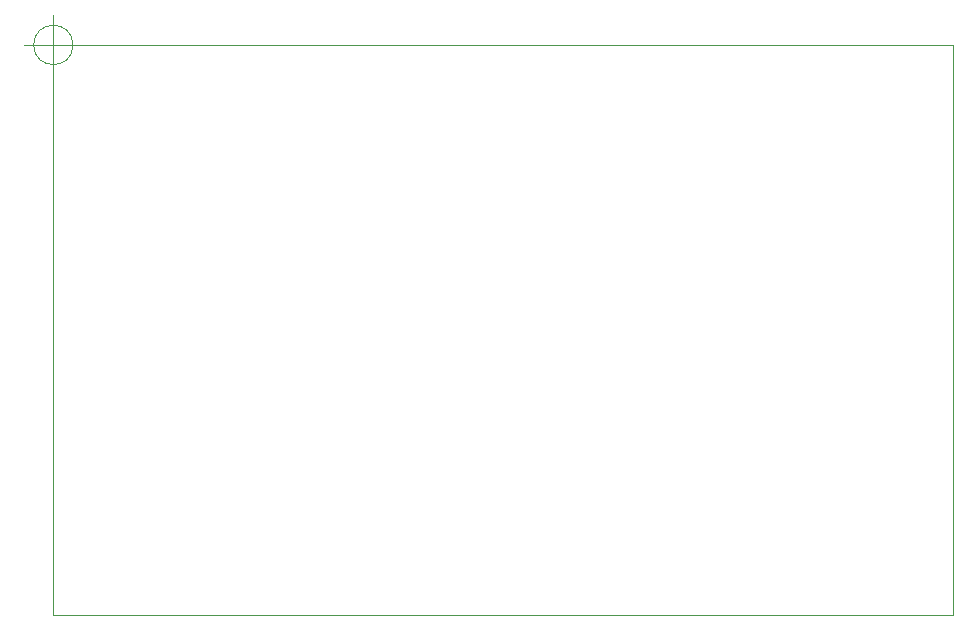
<source format=gbr>
G04 #@! TF.FileFunction,Profile,NP*
%FSLAX46Y46*%
G04 Gerber Fmt 4.6, Leading zero omitted, Abs format (unit mm)*
G04 Created by KiCad (PCBNEW 4.0.4-stable) date 01/17/17 23:29:47*
%MOMM*%
%LPD*%
G01*
G04 APERTURE LIST*
%ADD10C,0.150000*%
%ADD11C,0.005000*%
%ADD12C,0.100000*%
G04 APERTURE END LIST*
D10*
D11*
X76200000Y-48260000D02*
X0Y-48260000D01*
X76200000Y0D02*
X0Y0D01*
D12*
X1666666Y0D02*
G75*
G03X1666666Y0I-1666666J0D01*
G01*
X-2500000Y0D02*
X2500000Y0D01*
X0Y2500000D02*
X0Y-2500000D01*
D11*
X76200000Y0D02*
X76200000Y-48260000D01*
X0Y0D02*
X0Y-48260000D01*
M02*

</source>
